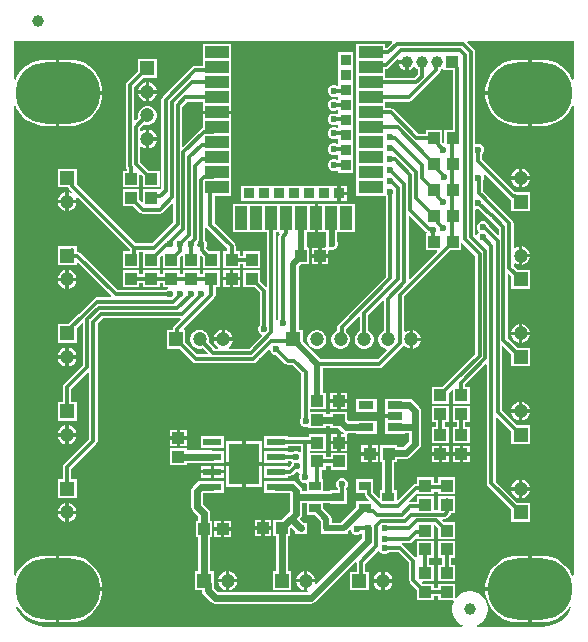
<source format=gtl>
G04*
G04 #@! TF.GenerationSoftware,Altium Limited,Altium Designer,21.8.1 (53)*
G04*
G04 Layer_Physical_Order=1*
G04 Layer_Color=255*
%FSLAX44Y44*%
%MOMM*%
G71*
G04*
G04 #@! TF.SameCoordinates,E292F7DC-635B-41A5-9E53-70443CF81A2D*
G04*
G04*
G04 #@! TF.FilePolarity,Positive*
G04*
G01*
G75*
%ADD21R,1.0000X1.0000*%
%ADD31R,1.0000X1.0000*%
%ADD32R,1.6000X0.6100*%
%ADD33R,2.6200X3.5100*%
%ADD34R,0.6000X0.6000*%
%ADD35R,1.0000X0.8000*%
%ADD36R,0.9000X0.9000*%
%ADD37R,2.0000X1.0000*%
%ADD38R,1.0000X2.0000*%
%ADD39R,1.3000X0.7000*%
%ADD40C,0.3000*%
%ADD41C,0.5000*%
%ADD42C,0.6000*%
%ADD43R,1.2000X1.2000*%
%ADD44C,1.2000*%
%ADD45C,1.0000*%
%ADD46R,1.2000X1.2000*%
%ADD47O,7.2000X5.2000*%
%ADD48C,0.6000*%
G36*
X436941Y11444D02*
X435671Y11192D01*
X435025Y12751D01*
X432723Y16509D01*
X429860Y19860D01*
X426509Y22722D01*
X422751Y25025D01*
X418679Y26712D01*
X414394Y27741D01*
X410000Y28087D01*
X401500D01*
Y0D01*
Y-28087D01*
X410000D01*
X414394Y-27741D01*
X418679Y-26712D01*
X422751Y-25025D01*
X426509Y-22722D01*
X429860Y-19860D01*
X432723Y-16509D01*
X435025Y-12751D01*
X435671Y-11192D01*
X436941Y-11444D01*
Y-408556D01*
X435671Y-408808D01*
X435025Y-407249D01*
X432723Y-403491D01*
X429860Y-400140D01*
X426509Y-397277D01*
X422751Y-394975D01*
X418679Y-393288D01*
X414394Y-392259D01*
X410000Y-391913D01*
X401500D01*
Y-420000D01*
X400000D01*
D01*
X401500D01*
Y-448087D01*
X410000D01*
X414394Y-447741D01*
X418679Y-446712D01*
X422751Y-445025D01*
X426509Y-442723D01*
X429860Y-439860D01*
X432723Y-436509D01*
X433821Y-434716D01*
X434956Y-435294D01*
X434062Y-437454D01*
X431884Y-441008D01*
X429177Y-444177D01*
X426008Y-446884D01*
X422454Y-449062D01*
X418603Y-450657D01*
X414550Y-451630D01*
X410595Y-451941D01*
X410194D01*
X410076Y-451932D01*
X410076Y-451941D01*
X355444D01*
X355192Y-450671D01*
X356105Y-450293D01*
X358562Y-448651D01*
X360651Y-446562D01*
X362293Y-444105D01*
X363424Y-441375D01*
X364000Y-438477D01*
Y-435523D01*
X363424Y-432625D01*
X362293Y-429895D01*
X360651Y-427438D01*
X358562Y-425349D01*
X356105Y-423707D01*
X353375Y-422576D01*
X350477Y-422000D01*
X347523D01*
X344625Y-422576D01*
X341895Y-423707D01*
X339438Y-425349D01*
X337520Y-427267D01*
X336250Y-427024D01*
Y-415500D01*
X322250D01*
Y-418931D01*
X318250D01*
Y-415500D01*
X309303D01*
X308568Y-414609D01*
X309042Y-413500D01*
X318250D01*
Y-399500D01*
X314819D01*
Y-393500D01*
X318250D01*
Y-379500D01*
X304250D01*
Y-392657D01*
X302980Y-393183D01*
X292773Y-382977D01*
X291819Y-382339D01*
X291895Y-381437D01*
X292030Y-381069D01*
X297500D01*
X298866Y-380797D01*
X300023Y-380023D01*
X303077Y-376970D01*
X304250Y-377456D01*
Y-377500D01*
X318250D01*
Y-366168D01*
X319520Y-365817D01*
X322250Y-368547D01*
Y-377500D01*
X336250D01*
Y-363500D01*
X327297D01*
X325539Y-361742D01*
X326025Y-360569D01*
X327750D01*
X329116Y-360297D01*
X330273Y-359523D01*
X332273Y-357523D01*
X333047Y-356366D01*
X333219Y-355500D01*
X336250D01*
Y-341500D01*
X330095D01*
X329750Y-341431D01*
X329405Y-341500D01*
X322250D01*
Y-353431D01*
X318250D01*
Y-341500D01*
X304250D01*
Y-346431D01*
X298750D01*
X298327Y-346516D01*
X297702Y-345345D01*
X303120Y-339927D01*
X304250Y-339500D01*
Y-339500D01*
X304250Y-339500D01*
X318250D01*
Y-337569D01*
X322250D01*
Y-339500D01*
X336250D01*
Y-325500D01*
X322250D01*
Y-330431D01*
X318250D01*
Y-325500D01*
X304250D01*
Y-330924D01*
X303507D01*
X302142Y-331196D01*
X300984Y-331969D01*
X288270Y-344683D01*
X287000Y-344157D01*
Y-336000D01*
X285098D01*
Y-312500D01*
X287250D01*
Y-309598D01*
X295250D01*
X297201Y-309210D01*
X298855Y-308105D01*
X306257Y-300703D01*
X307362Y-299049D01*
X307750Y-297098D01*
Y-282750D01*
Y-269152D01*
X307362Y-267201D01*
X306257Y-265547D01*
X301355Y-260645D01*
X299701Y-259540D01*
X297750Y-259152D01*
X294000D01*
Y-258750D01*
X277000D01*
Y-269750D01*
Y-272250D01*
X285500D01*
Y-275250D01*
X277000D01*
Y-279250D01*
Y-288750D01*
X294000D01*
Y-287848D01*
X297554D01*
Y-294986D01*
X293138Y-299402D01*
X287250D01*
Y-298500D01*
X273250D01*
Y-312500D01*
X274902D01*
Y-336000D01*
X273000D01*
Y-342244D01*
X271827Y-342730D01*
X267069Y-337972D01*
Y-335000D01*
X267000Y-334655D01*
Y-326500D01*
X253000D01*
Y-338500D01*
X259931D01*
Y-339450D01*
X260203Y-340815D01*
X260977Y-341973D01*
X263330Y-344327D01*
X262844Y-345500D01*
X253000D01*
Y-351011D01*
X240261Y-363750D01*
X236000D01*
Y-364162D01*
X233000D01*
Y-363750D01*
X232088D01*
Y-360500D01*
X231739Y-358744D01*
X230744Y-357256D01*
X224750Y-351261D01*
Y-347348D01*
X230750D01*
Y-348250D01*
X244750D01*
Y-336250D01*
X244415D01*
Y-334906D01*
X245085Y-334236D01*
X245846Y-332398D01*
Y-330409D01*
X245085Y-328572D01*
X243678Y-327165D01*
X241841Y-326404D01*
X239852D01*
X238014Y-327165D01*
X236607Y-328572D01*
X235846Y-330409D01*
Y-332398D01*
X236607Y-334236D01*
X237278Y-334906D01*
Y-336250D01*
X230750D01*
Y-337152D01*
X224750D01*
Y-326750D01*
X223569D01*
Y-319000D01*
X227000D01*
Y-315569D01*
X231250D01*
Y-319000D01*
X245250D01*
Y-305000D01*
X231250D01*
Y-308431D01*
X227000D01*
Y-305000D01*
X213319D01*
Y-303000D01*
X227000D01*
Y-289000D01*
X213000D01*
Y-291631D01*
X195000D01*
Y-290150D01*
X175000D01*
Y-300250D01*
X195000D01*
Y-298769D01*
X206181D01*
Y-303464D01*
X204911Y-303990D01*
X204582Y-303661D01*
X202745Y-302900D01*
X200756D01*
X198918Y-303661D01*
X198248Y-304331D01*
X195000D01*
Y-302850D01*
X175000D01*
Y-312950D01*
X195000D01*
Y-311469D01*
X197822D01*
X198419Y-312667D01*
X198036Y-313050D01*
X197275Y-314888D01*
Y-315428D01*
X196270Y-316433D01*
X195000Y-315907D01*
Y-315550D01*
X175000D01*
Y-325650D01*
X195000D01*
Y-324169D01*
X197150D01*
X198516Y-323897D01*
X199673Y-323123D01*
X201914Y-320883D01*
X203270D01*
X203391Y-320832D01*
X204713Y-321638D01*
X204790Y-322389D01*
X204029Y-324227D01*
Y-326216D01*
X204790Y-328054D01*
X206196Y-329460D01*
X208034Y-330221D01*
X210023D01*
X210750Y-330707D01*
Y-337152D01*
X207098D01*
Y-336815D01*
X206710Y-334864D01*
X205605Y-333210D01*
X202090Y-329695D01*
X200436Y-328590D01*
X198485Y-328202D01*
X185000D01*
X184759Y-328250D01*
X175000D01*
Y-338350D01*
X184759D01*
X185000Y-338398D01*
X196374D01*
X196902Y-338926D01*
Y-354138D01*
X189790Y-361250D01*
X182750D01*
Y-375250D01*
X184902D01*
Y-405000D01*
X182000D01*
Y-421000D01*
X198000D01*
Y-405000D01*
X195098D01*
Y-375250D01*
X196750D01*
Y-368710D01*
X197750Y-367710D01*
X201000Y-370960D01*
Y-373750D01*
X205507D01*
X206000Y-373848D01*
X206493Y-373750D01*
X211000D01*
Y-369243D01*
X211098Y-368750D01*
X211000Y-368258D01*
Y-363750D01*
X208210D01*
X204960Y-360500D01*
X205605Y-359855D01*
X206710Y-358201D01*
X207098Y-356250D01*
Y-347348D01*
X210750D01*
Y-357750D01*
X218261D01*
X222912Y-362401D01*
Y-368250D01*
X223000Y-368693D01*
Y-373750D01*
X233000D01*
Y-373338D01*
X236000D01*
Y-373750D01*
X246000D01*
Y-370989D01*
X247106Y-369883D01*
X248279Y-370369D01*
Y-370466D01*
X249040Y-372304D01*
X250446Y-373710D01*
X252284Y-374471D01*
X254273D01*
X256111Y-373710D01*
X256632Y-373189D01*
X257902Y-373715D01*
Y-376888D01*
X218794Y-415996D01*
X217656Y-415339D01*
X217880Y-414500D01*
X211500D01*
Y-421097D01*
X212147Y-422022D01*
X211881Y-422402D01*
X135362D01*
X132098Y-419138D01*
Y-416000D01*
X132000Y-415507D01*
Y-405000D01*
X129098D01*
Y-376250D01*
X130750D01*
Y-362250D01*
X129098D01*
Y-356000D01*
X128710Y-354049D01*
X127605Y-352395D01*
X123348Y-348138D01*
Y-338976D01*
X123876Y-338448D01*
X130950D01*
X131443Y-338350D01*
X141000D01*
Y-328250D01*
X131241D01*
X131000Y-328202D01*
X130759Y-328250D01*
X121000D01*
Y-328404D01*
X119814Y-328640D01*
X118160Y-329745D01*
X114645Y-333260D01*
X113540Y-334914D01*
X113152Y-336865D01*
Y-350250D01*
X113540Y-352201D01*
X114645Y-353855D01*
X118902Y-358112D01*
Y-362250D01*
X116750D01*
Y-376250D01*
X118902D01*
Y-405000D01*
X116000D01*
Y-421000D01*
X121902D01*
Y-421250D01*
X122290Y-423201D01*
X123395Y-424855D01*
X129645Y-431105D01*
X131299Y-432210D01*
X133250Y-432598D01*
X214500D01*
X216451Y-432210D01*
X218105Y-431105D01*
X251911Y-397298D01*
X253181Y-397824D01*
Y-405250D01*
X247500D01*
Y-421250D01*
X263500D01*
Y-405250D01*
X260319D01*
Y-398478D01*
X271103Y-387693D01*
X272349Y-387941D01*
X272511Y-388332D01*
X273918Y-389739D01*
X275755Y-390500D01*
X277745D01*
X279582Y-389739D01*
X280252Y-389069D01*
X288772D01*
X297681Y-397978D01*
Y-412500D01*
X297953Y-413866D01*
X298727Y-415023D01*
X304250Y-420547D01*
Y-429500D01*
X318250D01*
Y-426068D01*
X322250D01*
Y-429500D01*
X334496D01*
X335345Y-430770D01*
X334576Y-432625D01*
X334000Y-435523D01*
Y-438477D01*
X334576Y-441375D01*
X335707Y-444105D01*
X337349Y-446562D01*
X339438Y-448651D01*
X341895Y-450293D01*
X342808Y-450671D01*
X342556Y-451941D01*
X-8777D01*
X-10037Y-451932D01*
X-11282Y-451884D01*
X-14511Y-451630D01*
X-18564Y-450657D01*
X-22415Y-449062D01*
X-25969Y-446884D01*
X-29138Y-444177D01*
X-31845Y-441008D01*
X-34023Y-437454D01*
X-34836Y-435491D01*
X-33701Y-434912D01*
X-32722Y-436509D01*
X-29860Y-439860D01*
X-26509Y-442723D01*
X-22751Y-445025D01*
X-18679Y-446712D01*
X-14394Y-447741D01*
X-10000Y-448087D01*
X-1500D01*
Y-420000D01*
Y-391913D01*
X-10000D01*
X-14394Y-392259D01*
X-18679Y-393288D01*
X-22751Y-394975D01*
X-26509Y-397277D01*
X-29860Y-400140D01*
X-32722Y-403491D01*
X-35025Y-407249D01*
X-35671Y-408808D01*
X-36941Y-408556D01*
Y-11444D01*
X-35671Y-11192D01*
X-35025Y-12751D01*
X-32722Y-16509D01*
X-29860Y-19860D01*
X-26509Y-22722D01*
X-22751Y-25025D01*
X-18679Y-26712D01*
X-14394Y-27741D01*
X-10000Y-28087D01*
X-1500D01*
Y0D01*
Y28087D01*
X-10000D01*
X-14394Y27741D01*
X-18679Y26712D01*
X-22751Y25025D01*
X-26509Y22722D01*
X-29860Y19860D01*
X-32722Y16509D01*
X-35025Y12751D01*
X-35671Y11192D01*
X-36941Y11444D01*
Y43750D01*
X282794D01*
X283280Y42577D01*
X278572Y37869D01*
X277000D01*
Y41300D01*
X253000D01*
Y27300D01*
Y14600D01*
Y1900D01*
Y-10800D01*
Y-23500D01*
Y-36200D01*
Y-48900D01*
Y-61600D01*
Y-74300D01*
Y-87000D01*
X277000D01*
X278024Y-87595D01*
X278181Y-87753D01*
Y-155451D01*
X237906Y-195727D01*
X237132Y-196884D01*
X236860Y-198250D01*
Y-201175D01*
X236412Y-201295D01*
X234588Y-202348D01*
X233098Y-203838D01*
X232045Y-205662D01*
X231500Y-207697D01*
Y-209803D01*
X232045Y-211838D01*
X233098Y-213662D01*
X234588Y-215152D01*
X236412Y-216205D01*
X238447Y-216750D01*
X240553D01*
X242588Y-216205D01*
X244412Y-215152D01*
X245902Y-213662D01*
X246955Y-211838D01*
X247500Y-209803D01*
Y-207697D01*
X246955Y-205662D01*
X245902Y-203838D01*
X244412Y-202348D01*
X243997Y-202109D01*
Y-199728D01*
X254758Y-188968D01*
X255931Y-189454D01*
Y-201573D01*
X254588Y-202348D01*
X253098Y-203838D01*
X252045Y-205662D01*
X251500Y-207697D01*
Y-209803D01*
X252045Y-211838D01*
X253098Y-213662D01*
X254588Y-215152D01*
X256412Y-216205D01*
X258447Y-216750D01*
X260553D01*
X262588Y-216205D01*
X264412Y-215152D01*
X265902Y-213662D01*
X266955Y-211838D01*
X267500Y-209803D01*
Y-207697D01*
X266955Y-205662D01*
X265902Y-203838D01*
X264412Y-202348D01*
X263069Y-201573D01*
Y-187728D01*
X274758Y-176039D01*
X275931Y-176525D01*
Y-201573D01*
X274588Y-202348D01*
X273098Y-203838D01*
X272045Y-205662D01*
X271500Y-207697D01*
Y-209803D01*
X272045Y-211838D01*
X273098Y-213662D01*
X274588Y-215152D01*
X276412Y-216205D01*
X278167Y-216675D01*
X278744Y-217894D01*
X270957Y-225681D01*
X222920D01*
X207500Y-210261D01*
Y-200750D01*
X204088D01*
Y-146800D01*
X205889Y-145000D01*
X213000D01*
Y-131000D01*
X211636D01*
X211095Y-129730D01*
X211400Y-128995D01*
Y-127005D01*
X210988Y-126011D01*
Y-118000D01*
X217600D01*
Y-106000D01*
Y-94000D01*
X148600D01*
Y-118000D01*
X177431D01*
Y-163589D01*
X176161Y-164115D01*
X171250Y-159203D01*
Y-150250D01*
X157250D01*
Y-164250D01*
X166203D01*
X170931Y-168978D01*
Y-196305D01*
X170261Y-196975D01*
X169500Y-198813D01*
Y-200802D01*
X170261Y-202640D01*
X171668Y-204046D01*
X172335Y-204323D01*
X172633Y-205821D01*
X162022Y-216431D01*
X145052D01*
X144712Y-215161D01*
X145162Y-214902D01*
X146652Y-213412D01*
X147705Y-211588D01*
X148130Y-210000D01*
X132370D01*
X132795Y-211588D01*
X133848Y-213412D01*
X135338Y-214902D01*
X135788Y-215161D01*
X135448Y-216431D01*
X133228D01*
X127849Y-211052D01*
X128250Y-209553D01*
Y-207447D01*
X127705Y-205412D01*
X126652Y-203588D01*
X125162Y-202098D01*
X123338Y-201045D01*
X121303Y-200500D01*
X119197D01*
X117162Y-201045D01*
X115338Y-202098D01*
X113848Y-203588D01*
X112795Y-205412D01*
X112250Y-207447D01*
Y-209553D01*
X112795Y-211588D01*
X113848Y-213412D01*
X115338Y-214902D01*
X117162Y-215955D01*
X119197Y-216500D01*
X121303D01*
X122802Y-216098D01*
X126961Y-220258D01*
X126475Y-221431D01*
X118228D01*
X108250Y-211453D01*
Y-200500D01*
X107206D01*
X106720Y-199327D01*
X132773Y-173273D01*
X133547Y-172116D01*
X133819Y-170750D01*
Y-164250D01*
X137250D01*
Y-150250D01*
X123250D01*
Y-153681D01*
X120250D01*
Y-150250D01*
X106250D01*
Y-153681D01*
X103250D01*
Y-150250D01*
X89250D01*
Y-153681D01*
X86250D01*
Y-150250D01*
X72250D01*
Y-153681D01*
X69250D01*
Y-150250D01*
X55250D01*
Y-164250D01*
X69250D01*
Y-160819D01*
X72250D01*
Y-164250D01*
X86250D01*
Y-160819D01*
X89250D01*
Y-164250D01*
X93176D01*
X93429Y-165520D01*
X92475Y-165915D01*
X91459Y-166931D01*
X50728D01*
X19266Y-135469D01*
X18108Y-134696D01*
X16743Y-134424D01*
X16069Y-133312D01*
X16000Y-132968D01*
Y-129812D01*
X12845D01*
X12500Y-129744D01*
X12155Y-129812D01*
X0D01*
Y-145812D01*
X16000D01*
Y-143956D01*
X17173Y-143470D01*
X45519Y-171815D01*
X44992Y-173085D01*
X33346D01*
X31981Y-173357D01*
X30823Y-174130D01*
X17727Y-187227D01*
X17727Y-187227D01*
X9977Y-194977D01*
X9543Y-195625D01*
X0D01*
Y-211625D01*
X16000D01*
Y-199470D01*
X16069Y-199125D01*
Y-198978D01*
X20508Y-194539D01*
X21681Y-195025D01*
Y-230522D01*
X5477Y-246727D01*
X4703Y-247884D01*
X4431Y-249250D01*
Y-261437D01*
X0D01*
Y-277437D01*
X16000D01*
Y-261437D01*
X11569D01*
Y-250728D01*
X25508Y-236789D01*
X26681Y-237275D01*
Y-293022D01*
X5477Y-314227D01*
X4703Y-315384D01*
X4431Y-316750D01*
Y-327250D01*
X0D01*
Y-343250D01*
X16000D01*
Y-327250D01*
X11569D01*
Y-318228D01*
X32773Y-297023D01*
X33547Y-295866D01*
X33819Y-294500D01*
Y-195370D01*
X38620Y-190569D01*
X103589D01*
X104115Y-191839D01*
X98719Y-197234D01*
X97946Y-198392D01*
X97674Y-199757D01*
Y-200500D01*
X92250D01*
Y-216500D01*
X103203D01*
X114227Y-227523D01*
X115384Y-228297D01*
X116750Y-228569D01*
X165571D01*
X166937Y-228297D01*
X168094Y-227523D01*
X178577Y-217041D01*
X179800Y-217614D01*
X180511Y-219332D01*
X181918Y-220739D01*
X183755Y-221500D01*
X184703D01*
X192363Y-229160D01*
X193521Y-229934D01*
X194887Y-230205D01*
X198959D01*
X206431Y-237678D01*
Y-274498D01*
X205761Y-275168D01*
X205000Y-277005D01*
Y-278995D01*
X205761Y-280832D01*
X207168Y-282239D01*
X209005Y-283000D01*
X210994D01*
X211730Y-282695D01*
X213000Y-283544D01*
Y-283750D01*
X227000D01*
Y-281848D01*
X231000D01*
Y-283750D01*
X237790D01*
X240895Y-286855D01*
X242205Y-287730D01*
X241820Y-289000D01*
X239750D01*
Y-294500D01*
X245250D01*
Y-289618D01*
X245250Y-289000D01*
X246250Y-288348D01*
X253000D01*
Y-288750D01*
X270000D01*
Y-277750D01*
X253000D01*
Y-278152D01*
X246612D01*
X245000Y-276540D01*
Y-269750D01*
X231000D01*
Y-271652D01*
X227000D01*
Y-269750D01*
X213569D01*
Y-267750D01*
X227000D01*
Y-253750D01*
X224588D01*
Y-232819D01*
X272435D01*
X273801Y-232547D01*
X274958Y-231773D01*
X292245Y-214487D01*
X292532Y-214210D01*
X293888Y-214452D01*
X294588Y-215152D01*
X296412Y-216205D01*
X298000Y-216630D01*
Y-208750D01*
Y-200870D01*
X296412Y-201295D01*
X294839Y-202204D01*
X293568Y-201749D01*
Y-172228D01*
X332547Y-133250D01*
X341500D01*
Y-127414D01*
X342770Y-126888D01*
X353681Y-137799D01*
Y-221201D01*
X334227Y-240656D01*
X334084Y-240870D01*
X325953Y-249000D01*
X317000D01*
Y-263000D01*
X331000D01*
Y-254047D01*
X333577Y-251470D01*
X334750Y-251956D01*
Y-263000D01*
X348750D01*
Y-249000D01*
X345319D01*
Y-246728D01*
X362508Y-229539D01*
X363681Y-230025D01*
Y-330500D01*
X363953Y-331866D01*
X364727Y-333023D01*
X384000Y-352297D01*
Y-363250D01*
X400000D01*
Y-347250D01*
X389047D01*
X370819Y-329022D01*
Y-274962D01*
X371992Y-274476D01*
X384000Y-286484D01*
Y-297437D01*
X400000D01*
Y-281437D01*
X389047D01*
X376069Y-268459D01*
Y-214400D01*
X377242Y-213914D01*
X384000Y-220672D01*
Y-231625D01*
X400000D01*
Y-215625D01*
X389047D01*
X381069Y-207647D01*
Y-153587D01*
X382242Y-153101D01*
X384000Y-154859D01*
Y-165812D01*
X400000D01*
Y-149812D01*
X389047D01*
X386069Y-146834D01*
Y-144813D01*
X387339Y-144359D01*
X388912Y-145267D01*
X390500Y-145693D01*
Y-137812D01*
Y-129932D01*
X388912Y-130358D01*
X387339Y-131266D01*
X386069Y-130812D01*
Y-110500D01*
X385797Y-109134D01*
X385023Y-107977D01*
X365467Y-88420D01*
X365273Y-88130D01*
X361466Y-84323D01*
X361176Y-84129D01*
X360247Y-83200D01*
Y-74824D01*
X360489Y-74582D01*
X361250Y-72745D01*
Y-70755D01*
X360821Y-69720D01*
X361898Y-69000D01*
X382921Y-90023D01*
X384000Y-90744D01*
Y-100000D01*
X400000D01*
Y-84000D01*
X387845D01*
X387500Y-83931D01*
X386922D01*
X359561Y-56570D01*
Y-55818D01*
X359624Y-55500D01*
Y-51697D01*
X360489Y-50832D01*
X361250Y-48995D01*
Y-47005D01*
X360489Y-45168D01*
X359082Y-43761D01*
X357244Y-43000D01*
X355255D01*
X354589Y-43276D01*
X353319Y-42428D01*
Y34571D01*
X353047Y35937D01*
X352273Y37094D01*
X346791Y42577D01*
X347277Y43750D01*
X436941D01*
Y11444D01*
D02*
G37*
G36*
X288796Y27903D02*
X288755Y27750D01*
X295600D01*
Y26250D01*
X297100D01*
Y19405D01*
X298302Y19727D01*
X299898Y20649D01*
X301201Y21952D01*
X301315Y22149D01*
X302585D01*
X302699Y21952D01*
X304002Y20649D01*
X304731Y20227D01*
Y15278D01*
X301922Y12469D01*
X277000D01*
Y20124D01*
X277743D01*
X279108Y20396D01*
X280266Y21169D01*
X287657Y28561D01*
X288796Y27903D01*
D02*
G37*
G36*
X326700Y20254D02*
Y19250D01*
X334931D01*
Y-31000D01*
X327500D01*
Y-41707D01*
X326230Y-42231D01*
X325569Y-41700D01*
Y-41500D01*
X325500Y-41155D01*
Y-31000D01*
X311500D01*
Y-34432D01*
X305120D01*
X284665Y-13977D01*
X283508Y-13203D01*
X282142Y-12931D01*
X277000D01*
Y-7369D01*
X297771D01*
X299137Y-7097D01*
X300294Y-6323D01*
X323216Y16599D01*
X323990Y17756D01*
X324262Y19122D01*
Y20050D01*
X325298Y20649D01*
X325430Y20781D01*
X326700Y20254D01*
D02*
G37*
G36*
X355255Y-98346D02*
X356203D01*
X364091Y-106234D01*
X365248Y-107007D01*
X366137Y-107184D01*
X373931Y-114978D01*
Y-120054D01*
X372758Y-120540D01*
X365250Y-113032D01*
Y-112755D01*
X364489Y-110918D01*
X363082Y-109511D01*
X361245Y-108750D01*
X359255D01*
X357418Y-109511D01*
X356011Y-110918D01*
X355250Y-112755D01*
Y-114745D01*
X356011Y-116582D01*
X357039Y-117611D01*
X357032Y-117647D01*
X355626Y-119053D01*
X355403Y-119592D01*
X353946Y-119964D01*
X353319Y-119457D01*
Y-98919D01*
X354589Y-98070D01*
X355255Y-98346D01*
D02*
G37*
G36*
X312015Y-117699D02*
X312435Y-117980D01*
X312050Y-119250D01*
X311500D01*
Y-133250D01*
X320794D01*
X321280Y-134423D01*
X298242Y-157461D01*
X297069Y-156975D01*
Y-104412D01*
X298242Y-103926D01*
X312015Y-117699D01*
D02*
G37*
G36*
X187839Y-118713D02*
X187948Y-119270D01*
X187203Y-120384D01*
X186931Y-121750D01*
Y-190998D01*
X186261Y-191668D01*
X185839Y-192688D01*
X184569Y-192435D01*
Y-118000D01*
X187544D01*
X187839Y-118713D01*
D02*
G37*
%LPC*%
G36*
X250500Y34450D02*
X237500D01*
Y21450D01*
Y6867D01*
X237220Y6599D01*
X236230Y6135D01*
X234745Y6750D01*
X232755D01*
X230918Y5989D01*
X229511Y4582D01*
X228750Y2745D01*
Y755D01*
X229511Y-1082D01*
X230918Y-2489D01*
X232755Y-3250D01*
X234745D01*
X236230Y-2635D01*
X237220Y-3099D01*
X237500Y-3367D01*
Y-4883D01*
X237220Y-5151D01*
X236230Y-5615D01*
X234745Y-5000D01*
X232755D01*
X230918Y-5761D01*
X229511Y-7168D01*
X228750Y-9005D01*
Y-10995D01*
X229511Y-12832D01*
X230918Y-14239D01*
X232755Y-15000D01*
X234745D01*
X236230Y-14385D01*
X237220Y-14849D01*
X237500Y-15117D01*
Y-17383D01*
X237220Y-17651D01*
X236230Y-18115D01*
X234745Y-17500D01*
X232755D01*
X230918Y-18261D01*
X229511Y-19668D01*
X228750Y-21505D01*
Y-23495D01*
X229511Y-25332D01*
X230918Y-26739D01*
X232755Y-27500D01*
X234745D01*
X236230Y-26885D01*
X237220Y-27349D01*
X237500Y-27617D01*
Y-29133D01*
X237106Y-29510D01*
X236230Y-29865D01*
X234745Y-29250D01*
X232755D01*
X230918Y-30011D01*
X229511Y-31418D01*
X228750Y-33255D01*
Y-35245D01*
X229511Y-37082D01*
X230918Y-38489D01*
X232755Y-39250D01*
X234745D01*
X236230Y-38635D01*
X237220Y-39099D01*
X237500Y-39367D01*
Y-42633D01*
X237220Y-42901D01*
X236230Y-43365D01*
X234745Y-42750D01*
X232755D01*
X230918Y-43511D01*
X229511Y-44918D01*
X228750Y-46755D01*
Y-48745D01*
X229511Y-50582D01*
X230918Y-51989D01*
X232755Y-52750D01*
X234745D01*
X236230Y-52135D01*
X237220Y-52599D01*
X237500Y-52867D01*
Y-55883D01*
X237220Y-56151D01*
X236230Y-56615D01*
X234745Y-56000D01*
X232755D01*
X230918Y-56761D01*
X229511Y-58168D01*
X228750Y-60005D01*
Y-61995D01*
X229511Y-63832D01*
X230918Y-65239D01*
X232755Y-66000D01*
X234745D01*
X236230Y-65385D01*
X237220Y-65849D01*
X237500Y-66117D01*
Y-67450D01*
X250500D01*
Y-54750D01*
Y-42050D01*
Y-29350D01*
Y-16650D01*
Y-3950D01*
Y8750D01*
Y21450D01*
Y34450D01*
D02*
G37*
G36*
X77500Y8880D02*
Y2500D01*
X83880D01*
X83455Y4088D01*
X82402Y5912D01*
X80912Y7402D01*
X79088Y8455D01*
X77500Y8880D01*
D02*
G37*
G36*
X74500Y8880D02*
X72912Y8455D01*
X71088Y7402D01*
X69598Y5912D01*
X68545Y4088D01*
X68120Y2500D01*
X74500D01*
Y8880D01*
D02*
G37*
G36*
X10000Y28087D02*
X1500D01*
Y1500D01*
X37968D01*
X37741Y4394D01*
X36712Y8679D01*
X35025Y12751D01*
X32722Y16509D01*
X29860Y19860D01*
X26509Y22722D01*
X22751Y25025D01*
X18679Y26712D01*
X14394Y27741D01*
X10000Y28087D01*
D02*
G37*
G36*
X398500D02*
X390000D01*
X385606Y27741D01*
X381321Y26712D01*
X377249Y25025D01*
X373491Y22722D01*
X370140Y19860D01*
X367277Y16509D01*
X364975Y12751D01*
X363288Y8679D01*
X362259Y4394D01*
X362032Y1500D01*
X398500D01*
Y28087D01*
D02*
G37*
G36*
X83880Y-500D02*
X77500D01*
Y-6880D01*
X79088Y-6455D01*
X80912Y-5402D01*
X82402Y-3912D01*
X83455Y-2088D01*
X83880Y-500D01*
D02*
G37*
G36*
X74500D02*
X68120D01*
X68545Y-2088D01*
X69598Y-3912D01*
X71088Y-5402D01*
X72912Y-6455D01*
X74500Y-6880D01*
Y-500D01*
D02*
G37*
G36*
X147000Y41300D02*
X123000D01*
Y27300D01*
Y22826D01*
X116686D01*
X115321Y22554D01*
X114163Y21781D01*
X88977Y-3406D01*
X88203Y-4563D01*
X87931Y-5929D01*
Y-81272D01*
X87101Y-82102D01*
X86250Y-81750D01*
Y-81750D01*
X72250D01*
Y-92044D01*
X71077Y-92530D01*
X69250Y-90703D01*
Y-81750D01*
X55250D01*
Y-95750D01*
X64203D01*
X69727Y-101273D01*
X70884Y-102047D01*
X72250Y-102319D01*
X86250D01*
X87616Y-102047D01*
X88773Y-101273D01*
X96758Y-93289D01*
X97931Y-93775D01*
Y-109272D01*
X79729Y-127474D01*
X65971D01*
X16069Y-77572D01*
Y-76500D01*
X16000Y-76155D01*
Y-64000D01*
X0D01*
Y-80000D01*
X9121D01*
X9203Y-80415D01*
X9977Y-81573D01*
X12021Y-83617D01*
X11241Y-84634D01*
X11088Y-84545D01*
X9500Y-84120D01*
Y-90500D01*
X15880D01*
X15455Y-88912D01*
X15366Y-88759D01*
X16383Y-87979D01*
X60924Y-132521D01*
Y-134250D01*
X55250D01*
Y-148250D01*
X69250D01*
Y-134611D01*
X72250D01*
Y-148250D01*
X86250D01*
Y-139297D01*
X88077Y-137470D01*
X89250Y-137956D01*
Y-148250D01*
X103250D01*
Y-139297D01*
X105077Y-137470D01*
X106250Y-137956D01*
Y-148250D01*
X120250D01*
Y-137956D01*
X121423Y-137470D01*
X123250Y-139297D01*
Y-148250D01*
X137250D01*
Y-134250D01*
X128297D01*
X125387Y-131340D01*
Y-131179D01*
X125483Y-131082D01*
X126244Y-129245D01*
Y-127255D01*
X125483Y-125418D01*
X125069Y-125003D01*
Y-114328D01*
X126339Y-113943D01*
X126727Y-114523D01*
X143681Y-131478D01*
Y-134250D01*
X140250D01*
Y-148250D01*
X154250D01*
Y-144818D01*
X157250D01*
Y-148250D01*
X171250D01*
Y-134250D01*
X157250D01*
Y-137681D01*
X154250D01*
Y-134250D01*
X150819D01*
Y-130000D01*
X150547Y-128634D01*
X149773Y-127477D01*
X132819Y-110522D01*
Y-87000D01*
X147000D01*
Y-74300D01*
Y-61600D01*
Y-48900D01*
Y-36200D01*
Y-23500D01*
Y-18000D01*
X123000D01*
Y-23500D01*
Y-29380D01*
X122885Y-29403D01*
X121727Y-30177D01*
X106242Y-45662D01*
X105069Y-45176D01*
Y-11978D01*
X109678Y-7369D01*
X123000D01*
Y-10800D01*
Y-15000D01*
X147000D01*
Y-10800D01*
Y1900D01*
Y14600D01*
Y27300D01*
Y41300D01*
D02*
G37*
G36*
X84000Y29000D02*
X68000D01*
Y18047D01*
X58977Y9023D01*
X58203Y7866D01*
X57931Y6500D01*
Y-62071D01*
X58203Y-63437D01*
X58681Y-64153D01*
Y-65750D01*
X55250D01*
Y-79750D01*
X69250D01*
Y-69456D01*
X70423Y-68970D01*
X72250Y-70797D01*
Y-79750D01*
X86250D01*
Y-65750D01*
X77297D01*
X70069Y-58522D01*
Y-46001D01*
X71339Y-45546D01*
X72912Y-46455D01*
X74500Y-46880D01*
Y-39000D01*
Y-31120D01*
X72912Y-31545D01*
X71339Y-32454D01*
X70069Y-31999D01*
Y-29978D01*
X73448Y-26598D01*
X74947Y-27000D01*
X77053D01*
X79088Y-26455D01*
X80912Y-25402D01*
X82402Y-23912D01*
X83455Y-22088D01*
X84000Y-20053D01*
Y-17947D01*
X83455Y-15912D01*
X82402Y-14088D01*
X80912Y-12598D01*
X79088Y-11545D01*
X77053Y-11000D01*
X74947D01*
X72912Y-11545D01*
X71088Y-12598D01*
X69598Y-14088D01*
X68545Y-15912D01*
X68000Y-17947D01*
Y-20053D01*
X68401Y-21552D01*
X66242Y-23711D01*
X65069Y-23225D01*
Y5022D01*
X73047Y13000D01*
X84000D01*
Y29000D01*
D02*
G37*
G36*
X398500Y-1500D02*
X362031D01*
X362259Y-4394D01*
X363288Y-8679D01*
X364975Y-12751D01*
X367277Y-16509D01*
X370140Y-19860D01*
X373491Y-22722D01*
X377249Y-25025D01*
X381321Y-26712D01*
X385606Y-27741D01*
X390000Y-28087D01*
X398500D01*
Y-1500D01*
D02*
G37*
G36*
X37969D02*
X1500D01*
Y-28087D01*
X10000D01*
X14394Y-27741D01*
X18679Y-26712D01*
X22751Y-25025D01*
X26509Y-22722D01*
X29860Y-19860D01*
X32722Y-16509D01*
X35025Y-12751D01*
X36712Y-8679D01*
X37741Y-4394D01*
X37969Y-1500D01*
D02*
G37*
G36*
X77500Y-31120D02*
Y-37500D01*
X83880D01*
X83455Y-35912D01*
X82402Y-34088D01*
X80912Y-32598D01*
X79088Y-31545D01*
X77500Y-31120D01*
D02*
G37*
G36*
X83880Y-40500D02*
X77500D01*
Y-46880D01*
X79088Y-46455D01*
X80912Y-45402D01*
X82402Y-43912D01*
X83455Y-42088D01*
X83880Y-40500D01*
D02*
G37*
G36*
X393500Y-64120D02*
Y-70500D01*
X399880D01*
X399455Y-68912D01*
X398402Y-67088D01*
X396912Y-65598D01*
X395088Y-64545D01*
X393500Y-64120D01*
D02*
G37*
G36*
X390500Y-64120D02*
X388912Y-64545D01*
X387088Y-65598D01*
X385598Y-67088D01*
X384545Y-68912D01*
X384120Y-70500D01*
X390500D01*
Y-64120D01*
D02*
G37*
G36*
Y-73500D02*
X384120D01*
X384545Y-75088D01*
X385598Y-76912D01*
X387088Y-78402D01*
X388912Y-79455D01*
X390500Y-79880D01*
Y-73500D01*
D02*
G37*
G36*
X399880D02*
X393500D01*
Y-79880D01*
X395088Y-79455D01*
X396912Y-78402D01*
X398402Y-76912D01*
X399455Y-75088D01*
X399880Y-73500D01*
D02*
G37*
G36*
X244600Y-78500D02*
X239600D01*
Y-83500D01*
X244600D01*
Y-78500D01*
D02*
G37*
G36*
X6500Y-84120D02*
X4912Y-84545D01*
X3088Y-85598D01*
X1598Y-87088D01*
X545Y-88912D01*
X120Y-90500D01*
X6500D01*
Y-84120D01*
D02*
G37*
G36*
X244600Y-86500D02*
X239600D01*
Y-91500D01*
X244600D01*
Y-86500D01*
D02*
G37*
G36*
X236600Y-78500D02*
X155400D01*
Y-91500D01*
X236600D01*
Y-85000D01*
Y-78500D01*
D02*
G37*
G36*
X6500Y-93500D02*
X120D01*
X545Y-95088D01*
X1598Y-96912D01*
X3088Y-98402D01*
X4912Y-99455D01*
X6500Y-99880D01*
Y-93500D01*
D02*
G37*
G36*
X15880D02*
X9500D01*
Y-99880D01*
X11088Y-99455D01*
X12912Y-98402D01*
X14402Y-96912D01*
X15455Y-95088D01*
X15880Y-93500D01*
D02*
G37*
G36*
X251500Y-94000D02*
X220600D01*
Y-106000D01*
Y-118000D01*
X227312D01*
Y-126253D01*
X227000Y-127005D01*
Y-128995D01*
X227305Y-129730D01*
X226456Y-131000D01*
X223500D01*
Y-136500D01*
X229000D01*
Y-133544D01*
X230270Y-132695D01*
X231005Y-133000D01*
X232995D01*
X234832Y-132239D01*
X236239Y-130832D01*
X237000Y-128995D01*
Y-127005D01*
X236488Y-125770D01*
Y-118000D01*
X251500D01*
Y-94000D01*
D02*
G37*
G36*
X393500Y-129932D02*
Y-136313D01*
X399880D01*
X399455Y-134725D01*
X398402Y-132900D01*
X396912Y-131411D01*
X395088Y-130358D01*
X393500Y-129932D01*
D02*
G37*
G36*
X220500Y-131000D02*
X215000D01*
Y-136500D01*
X220500D01*
Y-131000D01*
D02*
G37*
G36*
X229000Y-139500D02*
X223500D01*
Y-145000D01*
X229000D01*
Y-139500D01*
D02*
G37*
G36*
X220500D02*
X215000D01*
Y-145000D01*
X220500D01*
Y-139500D01*
D02*
G37*
G36*
X399880Y-139312D02*
X393500D01*
Y-145693D01*
X395088Y-145267D01*
X396912Y-144214D01*
X398402Y-142725D01*
X399455Y-140900D01*
X399880Y-139312D01*
D02*
G37*
G36*
X154250Y-150250D02*
X148750D01*
Y-155750D01*
X154250D01*
Y-150250D01*
D02*
G37*
G36*
X145750D02*
X140250D01*
Y-155750D01*
X145750D01*
Y-150250D01*
D02*
G37*
G36*
X9500Y-149932D02*
Y-156313D01*
X15880D01*
X15455Y-154725D01*
X14402Y-152900D01*
X12912Y-151411D01*
X11088Y-150358D01*
X9500Y-149932D01*
D02*
G37*
G36*
X6500Y-149932D02*
X4912Y-150358D01*
X3088Y-151411D01*
X1598Y-152900D01*
X545Y-154725D01*
X120Y-156313D01*
X6500D01*
Y-149932D01*
D02*
G37*
G36*
X154250Y-158750D02*
X148750D01*
Y-164250D01*
X154250D01*
Y-158750D01*
D02*
G37*
G36*
X145750D02*
X140250D01*
Y-164250D01*
X145750D01*
Y-158750D01*
D02*
G37*
G36*
X6500Y-159312D02*
X120D01*
X545Y-160900D01*
X1598Y-162725D01*
X3088Y-164214D01*
X4912Y-165267D01*
X6500Y-165693D01*
Y-159312D01*
D02*
G37*
G36*
X15880D02*
X9500D01*
Y-165693D01*
X11088Y-165267D01*
X12912Y-164214D01*
X14402Y-162725D01*
X15455Y-160900D01*
X15880Y-159312D01*
D02*
G37*
G36*
X393500Y-195745D02*
Y-202125D01*
X399880D01*
X399455Y-200537D01*
X398402Y-198713D01*
X396912Y-197223D01*
X395088Y-196170D01*
X393500Y-195745D01*
D02*
G37*
G36*
X390500Y-195745D02*
X388912Y-196170D01*
X387088Y-197223D01*
X385598Y-198713D01*
X384545Y-200537D01*
X384120Y-202125D01*
X390500D01*
Y-195745D01*
D02*
G37*
G36*
X141750Y-200620D02*
Y-207000D01*
X148130D01*
X147705Y-205412D01*
X146652Y-203588D01*
X145162Y-202098D01*
X143338Y-201045D01*
X141750Y-200620D01*
D02*
G37*
G36*
X138750D02*
X137162Y-201045D01*
X135338Y-202098D01*
X133848Y-203588D01*
X132795Y-205412D01*
X132370Y-207000D01*
X138750D01*
Y-200620D01*
D02*
G37*
G36*
X301000Y-200870D02*
Y-207250D01*
X307380D01*
X306955Y-205662D01*
X305902Y-203838D01*
X304412Y-202348D01*
X302588Y-201295D01*
X301000Y-200870D01*
D02*
G37*
G36*
X390500Y-205125D02*
X384120D01*
X384545Y-206713D01*
X385598Y-208537D01*
X387088Y-210026D01*
X388912Y-211080D01*
X390500Y-211505D01*
Y-205125D01*
D02*
G37*
G36*
X399880D02*
X393500D01*
Y-211505D01*
X395088Y-211080D01*
X396912Y-210026D01*
X398402Y-208537D01*
X399455Y-206713D01*
X399880Y-205125D01*
D02*
G37*
G36*
X307380Y-210250D02*
X301000D01*
Y-216630D01*
X302588Y-216205D01*
X304412Y-215152D01*
X305902Y-213662D01*
X306955Y-211838D01*
X307380Y-210250D01*
D02*
G37*
G36*
X220553Y-200750D02*
X218447D01*
X216412Y-201295D01*
X214588Y-202348D01*
X213098Y-203838D01*
X212045Y-205662D01*
X211500Y-207697D01*
Y-209803D01*
X212045Y-211838D01*
X213098Y-213662D01*
X214588Y-215152D01*
X216412Y-216205D01*
X218447Y-216750D01*
X220553D01*
X222588Y-216205D01*
X224412Y-215152D01*
X225902Y-213662D01*
X226955Y-211838D01*
X227500Y-209803D01*
Y-207697D01*
X226955Y-205662D01*
X225902Y-203838D01*
X224412Y-202348D01*
X222588Y-201295D01*
X220553Y-200750D01*
D02*
G37*
G36*
X9500Y-215745D02*
Y-222125D01*
X15880D01*
X15455Y-220537D01*
X14402Y-218713D01*
X12912Y-217223D01*
X11088Y-216170D01*
X9500Y-215745D01*
D02*
G37*
G36*
X6500Y-215745D02*
X4912Y-216170D01*
X3088Y-217223D01*
X1598Y-218713D01*
X545Y-220537D01*
X120Y-222125D01*
X6500D01*
Y-215745D01*
D02*
G37*
G36*
Y-225125D02*
X120D01*
X545Y-226713D01*
X1598Y-228537D01*
X3088Y-230026D01*
X4912Y-231080D01*
X6500Y-231505D01*
Y-225125D01*
D02*
G37*
G36*
X15880D02*
X9500D01*
Y-231505D01*
X11088Y-231080D01*
X12912Y-230026D01*
X14402Y-228537D01*
X15455Y-226713D01*
X15880Y-225125D01*
D02*
G37*
G36*
X245000Y-253750D02*
X239500D01*
Y-259250D01*
X245000D01*
Y-253750D01*
D02*
G37*
G36*
X236500D02*
X231000D01*
Y-259250D01*
X236500D01*
Y-253750D01*
D02*
G37*
G36*
X245000Y-262250D02*
X239500D01*
Y-267750D01*
X245000D01*
Y-262250D01*
D02*
G37*
G36*
X236500D02*
X231000D01*
Y-267750D01*
X236500D01*
Y-262250D01*
D02*
G37*
G36*
X393500Y-261557D02*
Y-267937D01*
X399880D01*
X399455Y-266350D01*
X398402Y-264525D01*
X396912Y-263036D01*
X395088Y-261983D01*
X393500Y-261557D01*
D02*
G37*
G36*
X390500Y-261557D02*
X388912Y-261983D01*
X387088Y-263036D01*
X385598Y-264525D01*
X384545Y-266350D01*
X384120Y-267937D01*
X390500D01*
Y-261557D01*
D02*
G37*
G36*
X270000Y-258750D02*
X253000D01*
Y-269750D01*
X270000D01*
Y-258750D01*
D02*
G37*
G36*
X390500Y-270937D02*
X384120D01*
X384545Y-272525D01*
X385598Y-274349D01*
X387088Y-275839D01*
X388912Y-276892D01*
X390500Y-277318D01*
Y-270937D01*
D02*
G37*
G36*
X399880D02*
X393500D01*
Y-277318D01*
X395088Y-276892D01*
X396912Y-275839D01*
X398402Y-274349D01*
X399455Y-272525D01*
X399880Y-270937D01*
D02*
G37*
G36*
X9500Y-281557D02*
Y-287938D01*
X15880D01*
X15455Y-286350D01*
X14402Y-284525D01*
X12912Y-283036D01*
X11088Y-281983D01*
X9500Y-281557D01*
D02*
G37*
G36*
X6500D02*
X4912Y-281983D01*
X3088Y-283036D01*
X1598Y-284525D01*
X545Y-286350D01*
X120Y-287938D01*
X6500D01*
Y-281557D01*
D02*
G37*
G36*
X109250Y-285000D02*
X103750D01*
Y-290500D01*
X109250D01*
Y-285000D01*
D02*
G37*
G36*
X100750D02*
X95250D01*
Y-290500D01*
X100750D01*
Y-285000D01*
D02*
G37*
G36*
X236750Y-289000D02*
X231250D01*
Y-294500D01*
X236750D01*
Y-289000D01*
D02*
G37*
G36*
X348750Y-265000D02*
X334750D01*
Y-279000D01*
X338181D01*
Y-282750D01*
X334750D01*
Y-296750D01*
X348750D01*
Y-282750D01*
X345319D01*
Y-279000D01*
X348750D01*
Y-265000D01*
D02*
G37*
G36*
X331000D02*
X317000D01*
Y-279000D01*
X320431D01*
Y-282750D01*
X317000D01*
Y-296750D01*
X331000D01*
Y-282750D01*
X327569D01*
Y-279000D01*
X331000D01*
Y-265000D01*
D02*
G37*
G36*
X15880Y-290938D02*
X9500D01*
Y-297318D01*
X11088Y-296892D01*
X12912Y-295839D01*
X14402Y-294349D01*
X15455Y-292525D01*
X15880Y-290938D01*
D02*
G37*
G36*
X6500D02*
X120D01*
X545Y-292525D01*
X1598Y-294349D01*
X3088Y-295839D01*
X4912Y-296892D01*
X6500Y-297318D01*
Y-290938D01*
D02*
G37*
G36*
X109250Y-293500D02*
X103750D01*
Y-299000D01*
X109250D01*
Y-293500D01*
D02*
G37*
G36*
X100750D02*
X95250D01*
Y-299000D01*
X100750D01*
Y-293500D01*
D02*
G37*
G36*
X141000Y-290150D02*
X121000D01*
Y-300250D01*
X141000D01*
Y-290150D01*
D02*
G37*
G36*
X245250Y-297500D02*
X239750D01*
Y-303000D01*
X245250D01*
Y-297500D01*
D02*
G37*
G36*
X236750D02*
X231250D01*
Y-303000D01*
X236750D01*
Y-297500D01*
D02*
G37*
G36*
X271250Y-298500D02*
X265750D01*
Y-304000D01*
X271250D01*
Y-298500D01*
D02*
G37*
G36*
X262750D02*
X257250D01*
Y-304000D01*
X262750D01*
Y-298500D01*
D02*
G37*
G36*
X348750Y-298750D02*
X343250D01*
Y-304250D01*
X348750D01*
Y-298750D01*
D02*
G37*
G36*
X340250D02*
X334750D01*
Y-304250D01*
X340250D01*
Y-298750D01*
D02*
G37*
G36*
X331000D02*
X325500D01*
Y-304250D01*
X331000D01*
Y-298750D01*
D02*
G37*
G36*
X322500D02*
X317000D01*
Y-304250D01*
X322500D01*
Y-298750D01*
D02*
G37*
G36*
X271250Y-307000D02*
X265750D01*
Y-312500D01*
X271250D01*
Y-307000D01*
D02*
G37*
G36*
X262750D02*
X257250D01*
Y-312500D01*
X262750D01*
Y-307000D01*
D02*
G37*
G36*
X173100Y-294700D02*
X159500D01*
Y-312750D01*
X173100D01*
Y-294700D01*
D02*
G37*
G36*
X348750Y-307250D02*
X343250D01*
Y-312750D01*
X348750D01*
Y-307250D01*
D02*
G37*
G36*
X340250D02*
X334750D01*
Y-312750D01*
X340250D01*
Y-307250D01*
D02*
G37*
G36*
X331000D02*
X325500D01*
Y-312750D01*
X331000D01*
Y-307250D01*
D02*
G37*
G36*
X322500D02*
X317000D01*
Y-312750D01*
X322500D01*
Y-307250D01*
D02*
G37*
G36*
X156500Y-294700D02*
X142900D01*
Y-312750D01*
X156500D01*
Y-294700D01*
D02*
G37*
G36*
X102250Y-300902D02*
X101757Y-301000D01*
X95250D01*
Y-315000D01*
X109250D01*
Y-312948D01*
X121000D01*
Y-312950D01*
X130759D01*
X131000Y-312998D01*
X131241Y-312950D01*
X141000D01*
Y-302850D01*
X131443D01*
X130950Y-302752D01*
X109250D01*
Y-301000D01*
X102743D01*
X102250Y-300902D01*
D02*
G37*
G36*
X141000Y-315550D02*
X132500D01*
Y-319100D01*
X141000D01*
Y-315550D01*
D02*
G37*
G36*
X129500D02*
X121000D01*
Y-319100D01*
X129500D01*
Y-315550D01*
D02*
G37*
G36*
X141000Y-322100D02*
X132500D01*
Y-325650D01*
X141000D01*
Y-322100D01*
D02*
G37*
G36*
X129500D02*
X121000D01*
Y-325650D01*
X129500D01*
Y-322100D01*
D02*
G37*
G36*
X393500Y-327370D02*
Y-333750D01*
X399880D01*
X399455Y-332162D01*
X398402Y-330338D01*
X396912Y-328848D01*
X395088Y-327795D01*
X393500Y-327370D01*
D02*
G37*
G36*
X390500Y-327370D02*
X388912Y-327795D01*
X387088Y-328848D01*
X385598Y-330338D01*
X384545Y-332162D01*
X384120Y-333750D01*
X390500D01*
Y-327370D01*
D02*
G37*
G36*
X173100Y-315750D02*
X159500D01*
Y-333800D01*
X173100D01*
Y-315750D01*
D02*
G37*
G36*
X156500D02*
X142900D01*
Y-333800D01*
X156500D01*
Y-315750D01*
D02*
G37*
G36*
X390500Y-336750D02*
X384120D01*
X384545Y-338338D01*
X385598Y-340162D01*
X387088Y-341651D01*
X388912Y-342705D01*
X390500Y-343130D01*
Y-336750D01*
D02*
G37*
G36*
X399880D02*
X393500D01*
Y-343130D01*
X395088Y-342705D01*
X396912Y-341651D01*
X398402Y-340162D01*
X399455Y-338338D01*
X399880Y-336750D01*
D02*
G37*
G36*
X9500Y-347370D02*
Y-353750D01*
X15880D01*
X15455Y-352162D01*
X14402Y-350338D01*
X12912Y-348848D01*
X11088Y-347795D01*
X9500Y-347370D01*
D02*
G37*
G36*
X6500D02*
X4912Y-347795D01*
X3088Y-348848D01*
X1598Y-350338D01*
X545Y-352162D01*
X120Y-353750D01*
X6500D01*
Y-347370D01*
D02*
G37*
G36*
Y-356750D02*
X120D01*
X545Y-358338D01*
X1598Y-360162D01*
X3088Y-361651D01*
X4912Y-362705D01*
X6500Y-363130D01*
Y-356750D01*
D02*
G37*
G36*
X15880D02*
X9500D01*
Y-363130D01*
X11088Y-362705D01*
X12912Y-361651D01*
X14402Y-360162D01*
X15455Y-358338D01*
X15880Y-356750D01*
D02*
G37*
G36*
X180750Y-361250D02*
X175250D01*
Y-366750D01*
X180750D01*
Y-361250D01*
D02*
G37*
G36*
X172250D02*
X166750D01*
Y-366750D01*
X172250D01*
Y-361250D01*
D02*
G37*
G36*
X146750Y-362250D02*
X141250D01*
Y-367750D01*
X146750D01*
Y-362250D01*
D02*
G37*
G36*
X138250D02*
X132750D01*
Y-367750D01*
X138250D01*
Y-362250D01*
D02*
G37*
G36*
X180750Y-369750D02*
X175250D01*
Y-375250D01*
X180750D01*
Y-369750D01*
D02*
G37*
G36*
X172250D02*
X166750D01*
Y-375250D01*
X172250D01*
Y-369750D01*
D02*
G37*
G36*
X146750Y-370750D02*
X141250D01*
Y-376250D01*
X146750D01*
Y-370750D01*
D02*
G37*
G36*
X138250D02*
X132750D01*
Y-376250D01*
X138250D01*
Y-370750D01*
D02*
G37*
G36*
X211500Y-405120D02*
Y-411500D01*
X217880D01*
X217455Y-409912D01*
X216402Y-408088D01*
X214912Y-406598D01*
X213088Y-405545D01*
X211500Y-405120D01*
D02*
G37*
G36*
X208500D02*
X206912Y-405545D01*
X205088Y-406598D01*
X203598Y-408088D01*
X202545Y-409912D01*
X202120Y-411500D01*
X208500D01*
Y-405120D01*
D02*
G37*
G36*
X145500D02*
Y-411500D01*
X151880D01*
X151455Y-409912D01*
X150402Y-408088D01*
X148912Y-406598D01*
X147088Y-405545D01*
X145500Y-405120D01*
D02*
G37*
G36*
X142500D02*
X140912Y-405545D01*
X139088Y-406598D01*
X137598Y-408088D01*
X136545Y-409912D01*
X136120Y-411500D01*
X142500D01*
Y-405120D01*
D02*
G37*
G36*
X277000Y-405370D02*
Y-411750D01*
X283380D01*
X282955Y-410162D01*
X281902Y-408338D01*
X280412Y-406848D01*
X278588Y-405795D01*
X277000Y-405370D01*
D02*
G37*
G36*
X274000D02*
X272412Y-405795D01*
X270588Y-406848D01*
X269098Y-408338D01*
X268045Y-410162D01*
X267620Y-411750D01*
X274000D01*
Y-405370D01*
D02*
G37*
G36*
X336250Y-379500D02*
X322250D01*
Y-393500D01*
X325681D01*
Y-399500D01*
X322250D01*
Y-413500D01*
X336250D01*
Y-399500D01*
X332819D01*
Y-393500D01*
X336250D01*
Y-379500D01*
D02*
G37*
G36*
X10000Y-391913D02*
X1500D01*
Y-418500D01*
X37969D01*
X37741Y-415606D01*
X36712Y-411321D01*
X35025Y-407249D01*
X32722Y-403491D01*
X29860Y-400140D01*
X26509Y-397277D01*
X22751Y-394975D01*
X18679Y-393288D01*
X14394Y-392259D01*
X10000Y-391913D01*
D02*
G37*
G36*
X398500D02*
X390000D01*
X385606Y-392259D01*
X381321Y-393288D01*
X377249Y-394975D01*
X373491Y-397277D01*
X370140Y-400140D01*
X367277Y-403491D01*
X364975Y-407249D01*
X363288Y-411321D01*
X362259Y-415606D01*
X362031Y-418500D01*
X398500D01*
Y-391913D01*
D02*
G37*
G36*
X208500Y-414500D02*
X202120D01*
X202545Y-416088D01*
X203598Y-417912D01*
X205088Y-419402D01*
X206912Y-420455D01*
X208500Y-420880D01*
Y-414500D01*
D02*
G37*
G36*
X151880D02*
X145500D01*
Y-420880D01*
X147088Y-420455D01*
X148912Y-419402D01*
X150402Y-417912D01*
X151455Y-416088D01*
X151880Y-414500D01*
D02*
G37*
G36*
X142500D02*
X136120D01*
X136545Y-416088D01*
X137598Y-417912D01*
X139088Y-419402D01*
X140912Y-420455D01*
X142500Y-420880D01*
Y-414500D01*
D02*
G37*
G36*
X283380Y-414750D02*
X277000D01*
Y-421130D01*
X278588Y-420705D01*
X280412Y-419652D01*
X281902Y-418162D01*
X282955Y-416338D01*
X283380Y-414750D01*
D02*
G37*
G36*
X274000D02*
X267620D01*
X268045Y-416338D01*
X269098Y-418162D01*
X270588Y-419652D01*
X272412Y-420705D01*
X274000Y-421130D01*
Y-414750D01*
D02*
G37*
G36*
X398500Y-421500D02*
X362032D01*
X362259Y-424394D01*
X363288Y-428679D01*
X364975Y-432751D01*
X367277Y-436509D01*
X370140Y-439860D01*
X373491Y-442723D01*
X377249Y-445025D01*
X381321Y-446712D01*
X385606Y-447741D01*
X390000Y-448087D01*
X398500D01*
Y-421500D01*
D02*
G37*
G36*
X37968D02*
X1500D01*
Y-448087D01*
X10000D01*
X14394Y-447741D01*
X18679Y-446712D01*
X22751Y-445025D01*
X26509Y-442723D01*
X29860Y-439860D01*
X32722Y-436509D01*
X35025Y-432751D01*
X36712Y-428679D01*
X37741Y-424394D01*
X37968Y-421500D01*
D02*
G37*
G36*
X294100Y24750D02*
X288755D01*
X289077Y23548D01*
X289999Y21952D01*
X291302Y20649D01*
X292898Y19727D01*
X294100Y19405D01*
Y24750D01*
D02*
G37*
%LPD*%
D21*
X62250Y-88750D02*
D03*
Y-72750D02*
D03*
X79250Y-88750D02*
D03*
Y-72750D02*
D03*
X130250Y-157250D02*
D03*
Y-141250D02*
D03*
X329250Y-332500D02*
D03*
Y-348500D02*
D03*
X102250Y-308000D02*
D03*
Y-292000D02*
D03*
X311250Y-422500D02*
D03*
Y-406500D02*
D03*
X329250Y-370500D02*
D03*
Y-386500D02*
D03*
Y-422500D02*
D03*
Y-406500D02*
D03*
X311250Y-370500D02*
D03*
Y-386500D02*
D03*
X220000Y-312000D02*
D03*
Y-296000D02*
D03*
X62250Y-141250D02*
D03*
Y-157250D02*
D03*
X79250Y-141250D02*
D03*
Y-157250D02*
D03*
X96250Y-141250D02*
D03*
Y-157250D02*
D03*
X113250Y-141250D02*
D03*
Y-157250D02*
D03*
X324000Y-289750D02*
D03*
Y-305750D02*
D03*
Y-256000D02*
D03*
Y-272000D02*
D03*
X164250Y-157250D02*
D03*
Y-141250D02*
D03*
X147250Y-157250D02*
D03*
Y-141250D02*
D03*
X341750Y-289750D02*
D03*
Y-305750D02*
D03*
Y-256000D02*
D03*
Y-272000D02*
D03*
X238250Y-296000D02*
D03*
Y-312000D02*
D03*
X311250Y-332500D02*
D03*
Y-348500D02*
D03*
X220000Y-260750D02*
D03*
Y-276750D02*
D03*
X238000Y-260750D02*
D03*
Y-276750D02*
D03*
X333700Y26250D02*
D03*
D31*
X318500Y-126250D02*
D03*
X334500D02*
D03*
X173750Y-368250D02*
D03*
X189750D02*
D03*
X139750Y-369250D02*
D03*
X123750D02*
D03*
X318500Y-38000D02*
D03*
X334500D02*
D03*
X318500Y-60062D02*
D03*
X334500D02*
D03*
X318500Y-82125D02*
D03*
X334500D02*
D03*
X318500Y-104187D02*
D03*
X334500D02*
D03*
X222000Y-138000D02*
D03*
X206000D02*
D03*
X264250Y-305500D02*
D03*
X280250D02*
D03*
D32*
X131000Y-295200D02*
D03*
Y-307900D02*
D03*
Y-320600D02*
D03*
Y-333300D02*
D03*
X185000Y-295200D02*
D03*
Y-307900D02*
D03*
Y-320600D02*
D03*
Y-333300D02*
D03*
D33*
X158000Y-314250D02*
D03*
D34*
X228000Y-368750D02*
D03*
X206000D02*
D03*
X241000D02*
D03*
X263000D02*
D03*
D35*
X217750Y-332750D02*
D03*
Y-351750D02*
D03*
X237750Y-342250D02*
D03*
X260000Y-332500D02*
D03*
Y-351500D02*
D03*
X280000Y-342000D02*
D03*
D36*
X244000Y27950D02*
D03*
Y15250D02*
D03*
Y2550D02*
D03*
Y-10150D02*
D03*
Y-22850D02*
D03*
Y-35550D02*
D03*
Y-48250D02*
D03*
Y-60950D02*
D03*
X238100Y-85000D02*
D03*
X225400D02*
D03*
X212700D02*
D03*
X200000D02*
D03*
X187300D02*
D03*
X174600D02*
D03*
X161900D02*
D03*
D37*
X265000Y34300D02*
D03*
Y21600D02*
D03*
Y8900D02*
D03*
Y-3800D02*
D03*
Y-16500D02*
D03*
Y-29200D02*
D03*
Y-41900D02*
D03*
Y-54600D02*
D03*
Y-67300D02*
D03*
Y-80000D02*
D03*
X135000Y34300D02*
D03*
Y21600D02*
D03*
Y8900D02*
D03*
Y-3800D02*
D03*
Y-16500D02*
D03*
Y-29200D02*
D03*
Y-41900D02*
D03*
Y-54600D02*
D03*
Y-67300D02*
D03*
Y-80000D02*
D03*
D38*
X244500Y-106000D02*
D03*
X231800D02*
D03*
X219100D02*
D03*
X206400D02*
D03*
X193700D02*
D03*
X181000D02*
D03*
X168300D02*
D03*
X155600D02*
D03*
D39*
X285500Y-283250D02*
D03*
Y-273750D02*
D03*
Y-264250D02*
D03*
X261500D02*
D03*
Y-283250D02*
D03*
D40*
X106500Y-115000D02*
Y-50450D01*
X95882Y-125618D02*
X106500Y-115000D01*
X95882Y-127676D02*
Y-125618D01*
X95308Y-128250D02*
X95882Y-127676D01*
X111500Y-120156D02*
Y-54500D01*
X103953Y-128250D02*
Y-127703D01*
X111500Y-120156D01*
X333700Y-104187D02*
Y-82125D01*
Y-60062D02*
Y-38000D01*
X338000Y-33243D02*
X338500Y-32743D01*
X333700Y-82125D02*
Y-60062D01*
X338500Y-32743D02*
Y21450D01*
X333700Y-125450D02*
Y-104187D01*
Y26250D02*
X338500Y21450D01*
X334500Y-38000D02*
X338000Y-34500D01*
Y-33243D01*
X356250Y-93346D02*
X366614Y-103710D01*
X358846Y-86846D02*
X358942D01*
X362750Y-90750D02*
Y-90654D01*
X358942Y-86846D02*
X362750Y-90654D01*
Y-90750D02*
X382500Y-110500D01*
X367710Y-103710D02*
X377500Y-113500D01*
X366614Y-103710D02*
X367710D01*
X382500Y-148313D02*
Y-110500D01*
X356678Y-84678D02*
Y-72178D01*
Y-84678D02*
X358846Y-86846D01*
X356250Y-71750D02*
X356678Y-72178D01*
X355993Y-58049D02*
X385444Y-87500D01*
X355993Y-55563D02*
X356056Y-55500D01*
X385444Y-87500D02*
X387500D01*
X392000Y-92000D01*
X355993Y-58049D02*
Y-55563D01*
X362250Y-224750D02*
Y-134250D01*
X344750Y-123821D02*
Y32500D01*
X349750Y-121750D02*
Y34571D01*
Y-121750D02*
X362250Y-134250D01*
X344750Y-123821D02*
X357250Y-136321D01*
Y-222679D02*
Y-136321D01*
X359865Y-122115D02*
X367250Y-129500D01*
X360250Y-113750D02*
X360922D01*
X359865Y-122115D02*
Y-121885D01*
X372500Y-269937D02*
Y-125328D01*
X360922Y-113750D02*
X372500Y-125328D01*
X341750Y-245250D02*
X362250Y-224750D01*
X356056Y-48194D02*
X356250Y-48000D01*
X342821Y41500D02*
X349750Y34571D01*
X356056Y-55500D02*
Y-48194D01*
X340750Y36500D02*
X344750Y32500D01*
X367250Y-330500D02*
Y-129500D01*
X336750Y-243179D02*
X357250Y-222679D01*
X341750Y-256000D02*
Y-245250D01*
X336750Y-243250D02*
Y-243179D01*
X324000Y-256000D02*
X336750Y-243250D01*
X372500Y-269937D02*
X392000Y-289437D01*
X367250Y-330500D02*
X392000Y-355250D01*
X290550Y36500D02*
X340750D01*
X287250Y41500D02*
X342821D01*
X267093Y23693D02*
X277743D01*
X290550Y36500D01*
X265000Y21600D02*
X267093Y23693D01*
X265000Y34300D02*
X280050D01*
X287250Y41500D01*
X377500Y-209125D02*
Y-113500D01*
X174500Y-199808D02*
Y-167500D01*
X164250Y-157250D02*
X174500Y-167500D01*
X190500Y-194500D02*
Y-121750D01*
X193507Y-118743D01*
X101243Y-207507D02*
Y-199757D01*
X130250Y-170750D02*
Y-157250D01*
X100250Y-208500D02*
X101243Y-207507D01*
Y-199757D02*
X130250Y-170750D01*
X101500Y-110750D02*
Y-10500D01*
X64493Y-131042D02*
X81208D01*
X101500Y-110750D01*
X8000Y-72000D02*
X12500Y-76500D01*
X86250Y-98750D02*
X96500Y-88500D01*
X72250Y-98750D02*
X86250D01*
X62250Y-88750D02*
X72250Y-98750D01*
X96500Y-88500D02*
Y-8000D01*
X101500Y-10500D02*
X108200Y-3800D01*
X135000D01*
X113400Y8900D02*
X135000D01*
X116686Y19257D02*
X132657D01*
X91500Y-82750D02*
Y-5929D01*
X96500Y-8000D02*
X113400Y8900D01*
X91500Y-5929D02*
X116686Y19257D01*
X61500Y6500D02*
X76000Y21000D01*
X61500Y-62071D02*
Y6500D01*
Y-62071D02*
X62250Y-62821D01*
Y-72750D02*
Y-62821D01*
X66500Y-60000D02*
X79250Y-72750D01*
X66500Y-60000D02*
Y-28500D01*
X76000Y-19000D01*
X79250Y-88750D02*
X80743Y-87257D01*
X86993D01*
X91500Y-82750D01*
X12500Y-79050D02*
X64493Y-131042D01*
Y-139007D02*
Y-131042D01*
X12500Y-79050D02*
Y-76500D01*
X62250Y-141250D02*
X64493Y-139007D01*
X113250Y-157250D02*
X130250D01*
X96250D02*
X113250D01*
X79250D02*
X96250D01*
X62250D02*
X79250D01*
X16743Y-137993D02*
X49250Y-170500D01*
X8000Y-137812D02*
X8180Y-137993D01*
X49250Y-170500D02*
X95942D01*
X8180Y-137993D02*
X16743D01*
X8000Y-203625D02*
X12500Y-199125D01*
X20250Y-189750D02*
Y-189750D01*
X12500Y-197500D02*
X20250Y-189750D01*
X12500Y-199125D02*
Y-197500D01*
X20250Y-189750D02*
X33346Y-176654D01*
X104945Y-187000D02*
X121244Y-170701D01*
X37142Y-187000D02*
X104945D01*
X30250Y-193892D02*
X37142Y-187000D01*
X35071Y-182000D02*
X101299D01*
X112599Y-170701D01*
X25250Y-191821D02*
X35071Y-182000D01*
X25250Y-232000D02*
Y-191821D01*
X8000Y-249250D02*
X25250Y-232000D01*
X33346Y-176654D02*
X98000D01*
X8000Y-269437D02*
Y-249250D01*
X98000Y-176654D02*
X103953Y-170701D01*
X121244D02*
Y-170154D01*
X112599Y-170701D02*
Y-170154D01*
X103953Y-170701D02*
Y-170154D01*
X121244Y-128454D02*
X121500Y-128198D01*
X120479Y-128500D02*
X121819Y-129840D01*
X103772Y-129170D02*
X104346Y-128596D01*
X94926Y-128824D02*
X95500Y-128250D01*
X8000Y-137812D02*
X12500Y-133312D01*
X30250Y-294500D02*
Y-193892D01*
X79250Y-141250D02*
X91676Y-128824D01*
X94926D01*
X96250Y-141250D02*
X103772Y-133728D01*
Y-129170D01*
X113250Y-128750D02*
X113824Y-128176D01*
Y-125997D01*
X116500Y-123321D01*
Y-62000D01*
X121500Y-128198D02*
Y-73550D01*
X120000Y-128500D02*
X120479D01*
X113250Y-141250D02*
Y-128750D01*
X121819Y-132818D02*
Y-129840D01*
Y-132818D02*
X130250Y-141250D01*
X100250Y-208500D02*
X104750Y-213000D01*
X106500Y-50450D02*
X124250Y-32700D01*
X111500Y-54500D02*
X122257Y-43743D01*
X133157D01*
X135000Y-41900D01*
X129250Y-112000D02*
Y-83500D01*
X147250Y-141250D02*
Y-130000D01*
X129250Y-112000D02*
X147250Y-130000D01*
Y-141250D02*
X164250D01*
X8000Y-316750D02*
X30250Y-294500D01*
X116500Y-62000D02*
X122257Y-56243D01*
X127182D01*
X128432Y-54993D01*
X121500Y-73550D02*
X124250Y-70800D01*
X132750Y-80000D02*
X135000D01*
X129250Y-83500D02*
X132750Y-80000D01*
X124250Y-70800D02*
X131500D01*
X135000Y-67300D01*
X163500Y-220000D02*
X181000Y-202500D01*
Y-106000D01*
X165571Y-225000D02*
X180571Y-210000D01*
X116750Y-225000D02*
X165571D01*
X180571Y-210000D02*
X198250D01*
X131750Y-220000D02*
X163500D01*
X198250Y-210000D02*
X199500Y-208750D01*
X120250Y-208500D02*
X131750Y-220000D01*
X104750Y-213000D02*
X116750Y-225000D01*
X104750Y-213000D02*
X104750D01*
X194887Y-226637D02*
X200437D01*
X184750Y-216500D02*
X194887Y-226637D01*
X200437D02*
X210000Y-236200D01*
X281750Y-156929D02*
Y-84250D01*
X240429Y-198250D02*
X281750Y-156929D01*
X239500Y-208750D02*
X240429Y-207821D01*
Y-198250D01*
X259500Y-186250D02*
X288500Y-157250D01*
X259500Y-208750D02*
Y-186250D01*
X288500Y-157250D02*
Y-80824D01*
X279500Y-174179D02*
X293500Y-160179D01*
X279500Y-208750D02*
Y-174179D01*
X293500Y-160179D02*
Y-76750D01*
X290000Y-211685D02*
Y-170750D01*
X334500Y-126250D01*
X272435Y-229250D02*
X290000Y-211685D01*
X220000Y-229250D02*
X272435D01*
X210000Y-278000D02*
Y-236200D01*
X124250Y-32700D02*
X131500D01*
X135000Y-29200D01*
X382500Y-148313D02*
X392000Y-157812D01*
X377500Y-209125D02*
X392000Y-223625D01*
X318500Y-38000D02*
X322000Y-41500D01*
X282142Y-16500D02*
X303642Y-38000D01*
X265000Y-16500D02*
X282142D01*
X287771Y-29200D02*
X313500Y-54929D01*
Y-55062D02*
X316818Y-58381D01*
X265000Y-29200D02*
X287771D01*
X313500Y-55062D02*
Y-54929D01*
X303642Y-38000D02*
X318500D01*
X193507Y-106193D02*
X193700Y-106000D01*
X193507Y-118743D02*
Y-106193D01*
X301250Y-412500D02*
Y-396500D01*
Y-412500D02*
X311250Y-422500D01*
X276750Y-385500D02*
X290250D01*
X301250Y-396500D01*
X269861Y-383889D02*
Y-366446D01*
X256750Y-397000D02*
X269861Y-383889D01*
X256750Y-412000D02*
Y-397000D01*
X318500Y-104187D02*
X322000Y-107688D01*
X303500Y-89187D02*
X318500Y-104187D01*
X281750Y-46279D02*
X282562D01*
X281471D02*
X281750D01*
X233750Y-10000D02*
X243850D01*
X318500Y-82125D02*
X322000Y-85625D01*
X308500Y-72125D02*
X318500Y-82125D01*
X281250Y-37500D02*
X281803Y-38053D01*
X281750Y-65000D02*
X293500Y-76750D01*
X282522Y-74846D02*
X288500Y-80824D01*
X281750Y-74846D02*
X282522D01*
X298500Y-99137D02*
X314539Y-115176D01*
X284195Y-47779D02*
X303500Y-67083D01*
Y-89187D02*
Y-67083D01*
X285670Y-56324D02*
X298500Y-69154D01*
Y-99137D02*
Y-69154D01*
X308500Y-72125D02*
Y-60750D01*
X285803Y-38053D02*
X308500Y-60750D01*
X281803Y-38053D02*
X285803D01*
X282562Y-46279D02*
X284062Y-47779D01*
X284195D01*
X282324Y-56324D02*
X285670D01*
X281750Y-55750D02*
X282324Y-56324D01*
X317750Y-125500D02*
Y-115750D01*
Y-125500D02*
X318500Y-126250D01*
X317176Y-115176D02*
X317750Y-115750D01*
X314539Y-115176D02*
X317176D01*
X322000Y-110250D02*
X326500Y-114750D01*
X322000Y-110250D02*
Y-107688D01*
Y-87887D02*
Y-85625D01*
Y-87887D02*
X326239Y-92125D01*
X318500Y-60062D02*
X322000Y-63562D01*
Y-65563D02*
Y-63562D01*
Y-65563D02*
X326969Y-70531D01*
X322000Y-43500D02*
X326500Y-48000D01*
X322000Y-43500D02*
Y-41500D01*
X243950Y-61000D02*
X244000Y-60950D01*
X233000Y-61000D02*
X243950D01*
X233750Y-47750D02*
X243500D01*
X244000Y-48250D01*
X242700Y-34250D02*
X244000Y-35550D01*
X232750Y-34250D02*
X242700D01*
X311250Y-422500D02*
X329250D01*
X185000Y-295200D02*
X209750D01*
X237750Y-342250D02*
X238346D01*
X240846Y-339750D01*
Y-331404D01*
X260000Y-351500D02*
X262432Y-353932D01*
X270250Y-357250D02*
X291500D01*
X266932Y-353932D02*
X270250Y-357250D01*
X262432Y-353932D02*
X266932D01*
X269861Y-366446D02*
X274058Y-362250D01*
X293750D01*
X291500Y-357250D02*
X298750Y-350000D01*
X293750Y-362250D02*
X299000Y-357000D01*
X273550Y-349500D02*
X288500D01*
X310757Y-334493D02*
X311250Y-334000D01*
X303507Y-334493D02*
X310757D01*
X288500Y-349500D02*
X303507Y-334493D01*
X311250Y-334000D02*
X328750D01*
X298750Y-350000D02*
X311250D01*
X299000Y-357000D02*
X327750D01*
X329750Y-355000D02*
Y-345000D01*
X327750Y-357000D02*
X329750Y-355000D01*
X320750Y-362000D02*
X329250Y-370500D01*
X304500Y-362000D02*
X320750D01*
X297750Y-368750D02*
X304500Y-362000D01*
X254091Y-369471D02*
X254812Y-368750D01*
X253279Y-369471D02*
X254091D01*
X209029Y-316942D02*
X209750Y-316221D01*
X209029Y-325221D02*
Y-316942D01*
X276750Y-377500D02*
X297500D01*
X303507Y-371493D01*
X276750Y-368750D02*
X297750D01*
X254812D02*
X263000D01*
X209750Y-316221D02*
Y-295200D01*
X219200D01*
X201867Y-315883D02*
X202275D01*
X197150Y-320600D02*
X201867Y-315883D01*
X185000Y-320600D02*
X197150D01*
X310257Y-371493D02*
X311250Y-370500D01*
X303507Y-371493D02*
X310257D01*
X263500Y-339450D02*
X273550Y-349500D01*
X217750Y-332750D02*
X220000Y-330500D01*
Y-312000D01*
X219200Y-295200D02*
X220000Y-296000D01*
Y-312000D02*
X238250D01*
X238250Y-312000D01*
X263500Y-339450D02*
Y-335000D01*
X261000Y-332500D02*
X263500Y-335000D01*
X255500Y-413250D02*
X256750Y-412000D01*
X260000Y-332500D02*
X261000D01*
X329250Y-406500D02*
Y-386500D01*
X311250Y-406500D02*
Y-386500D01*
X185000Y-307900D02*
X201750D01*
X333700Y-125450D02*
X334500Y-126250D01*
X233750Y-22500D02*
X243650D01*
X244000Y-22850D01*
X233750Y1750D02*
X243200D01*
X244000Y2550D01*
X297771Y-3800D02*
X320693Y19122D01*
Y25943D02*
X321000Y26250D01*
X320693Y19122D02*
Y25943D01*
X303400Y8900D02*
X308300Y13800D01*
Y26250D01*
X264600Y-3800D02*
X297771D01*
X264600Y8900D02*
X303400D01*
X132657Y19257D02*
X135000Y21600D01*
X8000Y-335250D02*
Y-316750D01*
X341750Y-289750D02*
Y-272000D01*
X324000Y-289750D02*
Y-272000D01*
D41*
X199500Y-208750D02*
Y-144900D01*
X203500Y-140900D01*
X220000Y-260750D02*
Y-229250D01*
X199500Y-208750D02*
X220000Y-229250D01*
X206400Y-128000D02*
Y-106000D01*
Y-138000D02*
Y-128000D01*
X231900Y-127900D02*
Y-106100D01*
X231800Y-106000D02*
X231900Y-106100D01*
Y-127900D02*
X232000Y-128000D01*
X203500Y-140900D02*
Y-140500D01*
X206000Y-138000D02*
X206400D01*
X203500Y-140500D02*
X206000Y-138000D01*
X242250Y-368250D02*
X259000Y-351500D01*
X241500Y-368250D02*
X242250D01*
X241000Y-368750D02*
X241500Y-368250D01*
X259000Y-351500D02*
X260000D01*
X227500Y-368250D02*
Y-360500D01*
X217750Y-351750D02*
X218750D01*
X227500Y-360500D01*
Y-368250D02*
X228000Y-368750D01*
X241000D01*
D42*
X214500Y-427500D02*
X263000Y-379000D01*
Y-368750D01*
X124000Y-413000D02*
Y-356000D01*
X202000Y-342250D02*
Y-336815D01*
X198485Y-333300D02*
X202000Y-336815D01*
X185000Y-333300D02*
X198485D01*
X280000Y-309500D02*
X285000Y-304500D01*
X280000Y-342000D02*
Y-309500D01*
X295250Y-304500D02*
X302652Y-297098D01*
Y-282750D01*
X285000Y-304500D02*
X295250D01*
X130950Y-307850D02*
X131000Y-307900D01*
X102250Y-306000D02*
X104100Y-307850D01*
X130950D01*
X220000Y-276750D02*
X238000D01*
X244500Y-283250D02*
X261500D01*
X238000Y-276750D02*
X244500Y-283250D01*
X286000Y-282750D02*
X302652D01*
Y-269152D01*
X285500Y-283250D02*
X286000Y-282750D01*
X297750Y-264250D02*
X302652Y-269152D01*
X285500Y-264250D02*
X297750D01*
X124000Y-413000D02*
X127000Y-416000D01*
X133250Y-427500D02*
X214500D01*
X127000Y-421250D02*
X133250Y-427500D01*
X127000Y-421250D02*
Y-416000D01*
X197750Y-360500D02*
X202000Y-356250D01*
X192000Y-366250D02*
X197750Y-360500D01*
X206000Y-368750D01*
X202000Y-356250D02*
Y-342250D01*
X191750Y-366250D02*
X192000D01*
X190000Y-368000D02*
X191750Y-366250D01*
X190000Y-413000D02*
Y-368000D01*
X202000Y-342250D02*
X237750D01*
X202000Y-342250D02*
X202000Y-342250D01*
X118250Y-350250D02*
X124000Y-356000D01*
X121765Y-333350D02*
X130950D01*
X118250Y-336865D02*
X121765Y-333350D01*
X130950D02*
X131000Y-333300D01*
X118250Y-350250D02*
Y-336865D01*
D43*
X8000Y-72000D02*
D03*
X76000Y21000D02*
D03*
X392000Y-92000D02*
D03*
Y-157812D02*
D03*
X8000Y-137812D02*
D03*
X392000Y-223625D02*
D03*
X8000Y-203625D02*
D03*
X392000Y-289437D02*
D03*
X8000Y-269437D02*
D03*
X392000Y-355250D02*
D03*
X8000Y-335250D02*
D03*
D44*
Y-92000D02*
D03*
X76000Y-19000D02*
D03*
Y1000D02*
D03*
Y-39000D02*
D03*
X275500Y-413250D02*
D03*
X210000Y-413000D02*
D03*
X144000D02*
D03*
X299500Y-208750D02*
D03*
X279500D02*
D03*
X259500D02*
D03*
X219500D02*
D03*
X239500D02*
D03*
X140250Y-208500D02*
D03*
X120250D02*
D03*
X392000Y-72000D02*
D03*
Y-137812D02*
D03*
X8000Y-157812D02*
D03*
X392000Y-203625D02*
D03*
X8000Y-223625D02*
D03*
X392000Y-269437D02*
D03*
X8000Y-289437D02*
D03*
X392000Y-335250D02*
D03*
X8000Y-355250D02*
D03*
D45*
X349000Y-437000D02*
D03*
X-17000Y61000D02*
D03*
X321000Y26250D02*
D03*
X295600D02*
D03*
X308300D02*
D03*
D46*
X255500Y-413250D02*
D03*
X190000Y-413000D02*
D03*
X124000D02*
D03*
X199500Y-208750D02*
D03*
X100250Y-208500D02*
D03*
D47*
X0Y-420000D02*
D03*
X400000D02*
D03*
Y0D02*
D03*
X0D02*
D03*
D48*
X21408Y-252934D02*
D03*
X20408Y-287934D02*
D03*
X362908Y32566D02*
D03*
X305408Y-25934D02*
D03*
X109408Y-33684D02*
D03*
X80408Y-55184D02*
D03*
X54158Y-52934D02*
D03*
X-11092Y-90684D02*
D03*
X11658Y-105434D02*
D03*
X39908Y-130684D02*
D03*
X45658Y-95184D02*
D03*
X73908Y-120434D02*
D03*
X90658Y-104684D02*
D03*
X132158Y-127684D02*
D03*
X50158Y-156434D02*
D03*
X6408Y-191184D02*
D03*
X30908Y-165684D02*
D03*
X44408Y-198684D02*
D03*
X87908Y-196434D02*
D03*
X129408Y-193434D02*
D03*
X158158Y-208684D02*
D03*
X229158Y-195934D02*
D03*
X236658Y-221684D02*
D03*
X265408Y-221184D02*
D03*
X270158Y-192684D02*
D03*
X304158Y-190184D02*
D03*
X356250Y-93346D02*
D03*
Y-71750D02*
D03*
X359865Y-121885D02*
D03*
X360250Y-113750D02*
D03*
X356250Y-48000D02*
D03*
X350750Y-180750D02*
D03*
X284000Y17750D02*
D03*
X190500Y-194500D02*
D03*
X95308Y-170154D02*
D03*
X103953D02*
D03*
X112599D02*
D03*
X121244D02*
D03*
X103953Y-128250D02*
D03*
X95308D02*
D03*
X112599D02*
D03*
X121244D02*
D03*
X46250Y-277500D02*
D03*
X44750Y-223500D02*
D03*
X174500Y-199808D02*
D03*
X172757Y-227007D02*
D03*
X152616Y-231500D02*
D03*
X184750Y-216500D02*
D03*
X27846Y-73096D02*
D03*
X128750Y-252000D02*
D03*
X170500Y-258750D02*
D03*
X64250Y-383250D02*
D03*
X88250Y-343750D02*
D03*
X157750Y-278500D02*
D03*
X130000Y-346000D02*
D03*
X159000Y-345750D02*
D03*
X186250Y-349250D02*
D03*
X156250Y-361750D02*
D03*
X142250Y-389250D02*
D03*
X164500Y-408625D02*
D03*
X201500Y-381750D02*
D03*
X241000Y-382000D02*
D03*
X217500Y-401500D02*
D03*
X239250Y-420000D02*
D03*
X274250Y-396250D02*
D03*
X289750Y-428250D02*
D03*
X350500Y-413250D02*
D03*
X350750Y-375000D02*
D03*
X349000Y-342750D02*
D03*
X306000Y-315250D02*
D03*
X289750Y-327000D02*
D03*
X270000Y-322000D02*
D03*
X250750Y-318500D02*
D03*
X252750Y-293750D02*
D03*
X285500Y-294000D02*
D03*
X272000Y-273750D02*
D03*
X250000D02*
D03*
X257000Y-247500D02*
D03*
X311500Y-238250D02*
D03*
X335500Y-192000D02*
D03*
X349000Y-141250D02*
D03*
X319750Y-157250D02*
D03*
X304750Y-127250D02*
D03*
X250000Y-200250D02*
D03*
X149750Y-176000D02*
D03*
X168500Y-124000D02*
D03*
X144250Y-93000D02*
D03*
X97000Y-224250D02*
D03*
X191500Y-232500D02*
D03*
X190000Y-279250D02*
D03*
X125750Y-273750D02*
D03*
X165500Y-326250D02*
D03*
X150000D02*
D03*
X165000Y-314250D02*
D03*
X150250Y-314000D02*
D03*
X165500Y-302000D02*
D03*
X149500Y-301500D02*
D03*
X83750Y-257000D02*
D03*
X83500Y-313250D02*
D03*
X89500Y-372000D02*
D03*
X84500Y-413750D02*
D03*
X40750Y-396000D02*
D03*
X30000Y-362500D02*
D03*
X46250Y-326750D02*
D03*
X-4500Y-216000D02*
D03*
X2000Y-173250D02*
D03*
X44750Y-27000D02*
D03*
X6500Y-37500D02*
D03*
X-29500Y-55500D02*
D03*
X-28250Y-124250D02*
D03*
X-27250Y-184250D02*
D03*
X-31000Y-266000D02*
D03*
X-28750Y-328750D02*
D03*
X-31750Y-387500D02*
D03*
X47000Y-445500D02*
D03*
X94500Y-443500D02*
D03*
X169750Y-441500D02*
D03*
X240000Y-445500D02*
D03*
X323771Y-442932D02*
D03*
X384250Y-384750D02*
D03*
X426000Y-369500D02*
D03*
X376500Y-312000D02*
D03*
X426500Y-307250D02*
D03*
X407250Y-280750D02*
D03*
X428000Y-240000D02*
D03*
X390250Y-239500D02*
D03*
X430500Y-190000D02*
D03*
X395250Y-172500D02*
D03*
X426500Y-119000D02*
D03*
X429250Y-156500D02*
D03*
X432500Y-79000D02*
D03*
X395000Y-110000D02*
D03*
X418250Y-42500D02*
D03*
X361750Y-37500D02*
D03*
X431000Y32000D02*
D03*
X393000Y38500D02*
D03*
X305250Y-9750D02*
D03*
X323000Y-18250D02*
D03*
X324250Y7250D02*
D03*
X184750Y-11750D02*
D03*
X161000Y-47250D02*
D03*
X184000Y-37750D02*
D03*
X215000Y-39000D02*
D03*
X212250Y750D02*
D03*
X165000Y5000D02*
D03*
X217000Y32250D02*
D03*
X185250Y31500D02*
D03*
X156250Y30000D02*
D03*
X-29750Y37250D02*
D03*
X-8250Y36750D02*
D03*
X12250Y37500D02*
D03*
X36174Y37176D02*
D03*
X58250Y38250D02*
D03*
X84500Y38000D02*
D03*
X112000Y37500D02*
D03*
X114500Y25750D02*
D03*
X96000Y11250D02*
D03*
X154250Y-17500D02*
D03*
X116500Y-15750D02*
D03*
X157000Y-65000D02*
D03*
X183250Y-71750D02*
D03*
X215250D02*
D03*
X245750Y-73000D02*
D03*
X243500Y-169750D02*
D03*
X268750Y-147750D02*
D03*
X273188Y-124438D02*
D03*
X270881Y-94102D02*
D03*
X260500Y-100000D02*
D03*
X252500Y-125750D02*
D03*
X243750Y-142250D02*
D03*
X225250Y-176000D02*
D03*
X226750Y-155000D02*
D03*
X210500Y-155250D02*
D03*
X276750Y-385500D02*
D03*
X281750Y-46279D02*
D03*
Y-84250D02*
D03*
Y-65000D02*
D03*
Y-55750D02*
D03*
X317750Y-115750D02*
D03*
X326500Y-114750D02*
D03*
X326239Y-92750D02*
D03*
X326969Y-71000D02*
D03*
X326500Y-48000D02*
D03*
X233750Y-61000D02*
D03*
X281750Y-74846D02*
D03*
X233750Y-47750D02*
D03*
Y-34250D02*
D03*
X210000Y-278000D02*
D03*
X232000Y-128000D02*
D03*
X206400D02*
D03*
X240846Y-331404D02*
D03*
X209029Y-325221D02*
D03*
X253279Y-369471D02*
D03*
X276750Y-377500D02*
D03*
Y-368750D02*
D03*
X202275Y-315883D02*
D03*
X201750Y-307900D02*
D03*
X233750Y-22500D02*
D03*
Y-10000D02*
D03*
X281750Y-37500D02*
D03*
X233750Y1750D02*
D03*
M02*

</source>
